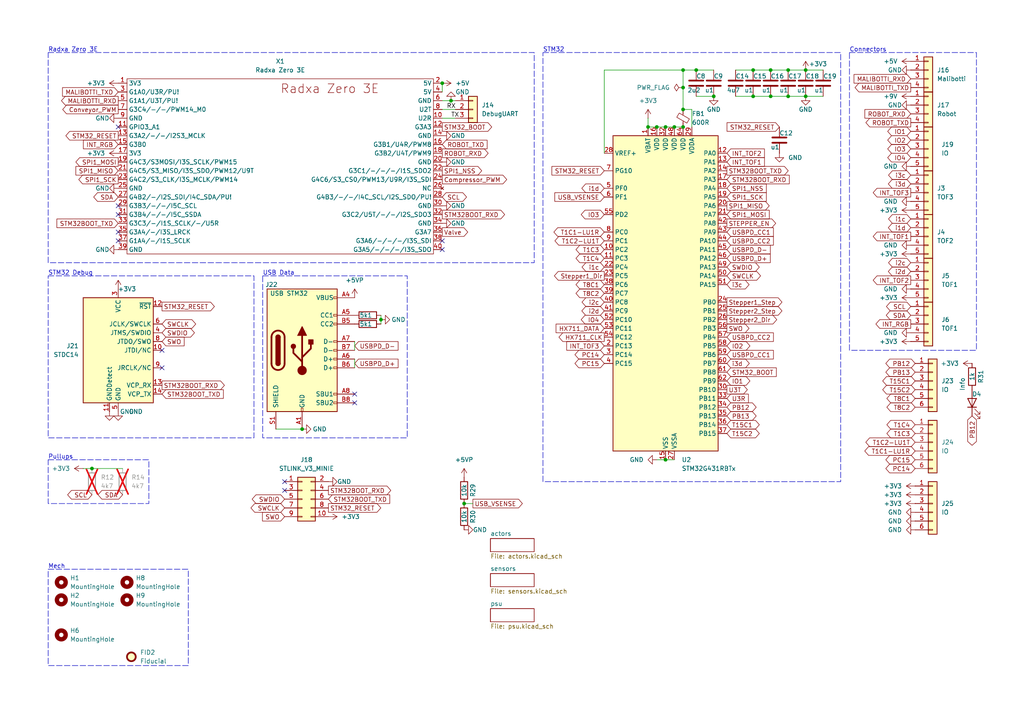
<source format=kicad_sch>
(kicad_sch (version 20250114) (generator "eeschema") (generator_version "9.0")
  (paper "A4")
  (rectangle (start 13.97 165.1) (end 54.61 193.04) (stroke (width 0) (type dash)))
  (rectangle (start 76.2 80.01) (end 118.11 127) (stroke (width 0) (type dash)))
  (rectangle (start 246.38 15.24) (end 283.21 101.6) (stroke (width 0) (type dash)))
  (rectangle (start 13.97 15.24) (end 154.94 76.2) (stroke (width 0) (type dash)))
  (rectangle (start 157.48 15.24) (end 243.84 139.7) (stroke (width 0) (type dash)))
  (rectangle (start 13.97 80.01) (end 73.66 127) (stroke (width 0) (type dash)))
  (rectangle (start 13.97 133.35) (end 43.18 146.05) (stroke (width 0) (type dash)))
  (text "Mech" (at 13.97 165.1 0) (effects (font (size 1.27 1.27)) (justify left bottom)))
  (text "STM32 Debug" (at 13.97 80.01 0) (effects (font (size 1.27 1.27)) (justify left bottom)))
  (text "Connectors" (at 246.38 15.24 0) (effects (font (size 1.27 1.27)) (justify left bottom)))
  (text "Pullups" (at 13.97 133.35 0) (effects (font (size 1.27 1.27)) (justify left bottom)))
  (text "STM32" (at 157.48 15.24 0) (effects (font (size 1.27 1.27)) (justify left bottom)))
  (text "Radxa Zero 3E" (at 13.97 15.24 0) (effects (font (size 1.27 1.27)) (justify left bottom)))
  (text "USB Data" (at 76.2 80.01 0) (effects (font (size 1.27 1.27)) (justify left bottom)))
  (junction (at 198.12 36.83))
  (junction (at 26.67 135.89))
  (junction (at 198.12 20.32))
  (junction (at 218.44 27.94))
  (junction (at 198.12 31.75))
  (junction (at 198.12 25.4))
  (junction (at 193.04 133.35))
  (junction (at 228.6 20.32))
  (junction (at 218.44 20.32))
  (junction (at 87.63 124.46))
  (junction (at 223.52 27.94))
  (junction (at 193.04 36.83))
  (junction (at 233.68 27.94))
  (junction (at 190.5 36.83))
  (junction (at 110.49 92.71))
  (junction (at 201.93 20.32))
  (junction (at 128.27 24.13))
  (junction (at 223.52 20.32))
  (junction (at 233.68 20.32))
  (junction (at 134.62 146.05))
  (junction (at 207.01 27.94))
  (junction (at 187.96 36.83))
  (junction (at 130.81 29.21))
  (junction (at 228.6 27.94))
  (junction (at 195.58 36.83))
  (no_connect (at 82.55 142.24))
  (no_connect (at 82.55 139.7))
  (no_connect (at 34.29 62.23))
  (no_connect (at 34.29 67.31))
  (no_connect (at 102.87 116.84))
  (no_connect (at 102.87 114.3))
  (no_connect (at 34.29 59.69))
  (no_connect (at 34.29 69.85))
  (no_connect (at 34.29 36.83))
  (no_connect (at 46.99 101.6))
  (no_connect (at 128.27 72.39))
  (no_connect (at 128.27 69.85))
  (no_connect (at 46.99 106.68))
  (wire (pts (xy 190.5 36.83) (xy 193.04 36.83)))
  (wire (pts (xy 201.93 20.32) (xy 207.01 20.32)))
  (wire (pts (xy 198.12 25.4) (xy 198.12 20.32)))
  (wire (pts (xy 201.93 27.94) (xy 207.01 27.94)))
  (wire (pts (xy 110.49 91.44) (xy 110.49 92.71)))
  (wire (pts (xy 193.04 36.83) (xy 195.58 36.83)))
  (wire (pts (xy 198.12 20.32) (xy 201.93 20.32)))
  (wire (pts (xy 200.66 36.83) (xy 200.66 31.75)))
  (wire (pts (xy 128.27 29.21) (xy 130.81 29.21)))
  (wire (pts (xy 218.44 27.94) (xy 223.52 27.94)))
  (wire (pts (xy 233.68 27.94) (xy 238.76 27.94)))
  (wire (pts (xy 190.5 133.35) (xy 193.04 133.35)))
  (wire (pts (xy 200.66 31.75) (xy 198.12 31.75)))
  (wire (pts (xy 195.58 36.83) (xy 198.12 36.83)))
  (wire (pts (xy 213.36 20.32) (xy 218.44 20.32)))
  (wire (pts (xy 110.49 92.71) (xy 110.49 93.98)))
  (wire (pts (xy 198.12 20.32) (xy 175.26 20.32)))
  (wire (pts (xy 128.27 24.13) (xy 128.27 26.67)))
  (wire (pts (xy 130.81 29.21) (xy 132.08 29.21)))
  (wire (pts (xy 102.87 99.06) (xy 102.87 101.6)))
  (wire (pts (xy 128.27 31.75) (xy 132.08 31.75)))
  (wire (pts (xy 80.01 124.46) (xy 87.63 124.46)))
  (wire (pts (xy 26.67 135.89) (xy 35.56 135.89)))
  (wire (pts (xy 228.6 20.32) (xy 233.68 20.32)))
  (wire (pts (xy 187.96 36.83) (xy 190.5 36.83)))
  (wire (pts (xy 128.27 34.29) (xy 132.08 34.29)))
  (wire (pts (xy 223.52 27.94) (xy 228.6 27.94)))
  (wire (pts (xy 175.26 20.32) (xy 175.26 44.45)))
  (wire (pts (xy 233.68 20.32) (xy 238.76 20.32)))
  (wire (pts (xy 102.87 104.14) (xy 102.87 106.68)))
  (wire (pts (xy 24.13 135.89) (xy 26.67 135.89)))
  (wire (pts (xy 228.6 27.94) (xy 233.68 27.94)))
  (wire (pts (xy 187.96 34.29) (xy 187.96 36.83)))
  (wire (pts (xy 218.44 20.32) (xy 223.52 20.32)))
  (wire (pts (xy 193.04 133.35) (xy 195.58 133.35)))
  (wire (pts (xy 198.12 31.75) (xy 198.12 25.4)))
  (wire (pts (xy 213.36 27.94) (xy 218.44 27.94)))
  (wire (pts (xy 223.52 20.32) (xy 228.6 20.32)))
  (wire (pts (xy 134.62 146.05) (xy 137.16 146.05)))
  (label "RX" (at 129.54 31.75 0))
  (label "TX" (at 130.81 34.29 0))
  (global_label "PB13" (shape bidirectional) (at 265.43 107.95 180) (property "Intersheetrefs" "${INTERSHEET_REFS}" (effects (hide yes))))
  (global_label "IO1" (shape bidirectional) (at 264.16 38.1 180) (property "Intersheetrefs" "${INTERSHEET_REFS}" (effects (hide yes))))
  (global_label "SWDIO" (shape bidirectional) (at 82.55 144.78 180) (property "Intersheetrefs" "${INTERSHEET_REFS}" (effects (hide yes))))
  (global_label "i3c" (shape bidirectional) (at 264.16 50.8 180) (property "Intersheetrefs" "${INTERSHEET_REFS}" (effects (hide yes))))
  (global_label "i1d" (shape bidirectional) (at 264.16 66.04 180) (property "Intersheetrefs" "${INTERSHEET_REFS}" (effects (hide yes))))
  (global_label "ROBOT_RXD" (shape input) (at 264.16 33.02 180) (property "Intersheetrefs" "${INTERSHEET_REFS}" (effects (hide yes))))
  (global_label "PC15" (shape bidirectional) (at 265.43 133.35 180) (property "Intersheetrefs" "${INTERSHEET_REFS}" (effects (hide yes))))
  (global_label "SWO" (shape input) (at 82.55 149.86 180) (property "Intersheetrefs" "${INTERSHEET_REFS}" (effects (hide yes))))
  (global_label "STM32BOOT_RXD" (shape output) (at 46.99 111.76 0) (property "Intersheetrefs" "${INTERSHEET_REFS}" (effects (hide yes))))
  (global_label "SDA" (shape bidirectional) (at 34.29 57.15 180) (property "Intersheetrefs" "${INTERSHEET_REFS}" (effects (hide yes))))
  (global_label "STM32_RESET" (shape input) (at 226.06 36.83 180) (property "Intersheetrefs" "${INTERSHEET_REFS}" (effects (hide yes))))
  (global_label "USBPD_D-" (shape input) (at 102.87 100.33 0) (property "Intersheetrefs" "${INTERSHEET_REFS}" (effects (hide yes))))
  (global_label "T1C1-LU1R" (shape bidirectional) (at 265.43 130.81 180) (property "Intersheetrefs" "${INTERSHEET_REFS}" (effects (hide yes))))
  (global_label "Conveyor_PWM" (shape output) (at 34.29 31.75 180) (property "Intersheetrefs" "${INTERSHEET_REFS}" (effects (hide yes))))
  (global_label "IO4" (shape bidirectional) (at 264.16 45.72 180) (property "Intersheetrefs" "${INTERSHEET_REFS}" (effects (hide yes))))
  (global_label "Stepper2_Dir" (shape output) (at 210.82 92.71 0) (property "Intersheetrefs" "${INTERSHEET_REFS}" (effects (hide yes))))
  (global_label "USB_VSENSE" (shape output) (at 137.16 146.05 0) (property "Intersheetrefs" "${INTERSHEET_REFS}" (effects (hide yes))))
  (global_label "T15C1" (shape bidirectional) (at 210.82 123.19 0) (property "Intersheetrefs" "${INTERSHEET_REFS}" (effects (hide yes))))
  (global_label "INT_TOF2" (shape output) (at 264.16 81.28 180) (property "Intersheetrefs" "${INTERSHEET_REFS}" (effects (hide yes))))
  (global_label "STM32BOOT_RXD" (shape output) (at 95.25 142.24 0) (property "Intersheetrefs" "${INTERSHEET_REFS}" (effects (hide yes))))
  (global_label "IO1" (shape bidirectional) (at 210.82 110.49 0) (property "Intersheetrefs" "${INTERSHEET_REFS}" (effects (hide yes))))
  (global_label "i3c" (shape bidirectional) (at 210.82 82.55 0) (property "Intersheetrefs" "${INTERSHEET_REFS}" (effects (hide yes))))
  (global_label "MALIBOTTI_TXD" (shape output) (at 264.16 25.4 180) (property "Intersheetrefs" "${INTERSHEET_REFS}" (effects (hide yes))))
  (global_label "INT_TOF3" (shape input) (at 175.26 100.33 180) (property "Intersheetrefs" "${INTERSHEET_REFS}" (effects (hide yes))))
  (global_label "i1d" (shape bidirectional) (at 175.26 54.61 180) (property "Intersheetrefs" "${INTERSHEET_REFS}" (effects (hide yes))))
  (global_label "USBPD_CC1" (shape input) (at 210.82 102.87 0) (property "Intersheetrefs" "${INTERSHEET_REFS}" (effects (hide yes))))
  (global_label "IO3" (shape bidirectional) (at 264.16 43.18 180) (property "Intersheetrefs" "${INTERSHEET_REFS}" (effects (hide yes))))
  (global_label "i2c" (shape bidirectional) (at 175.26 87.63 180) (property "Intersheetrefs" "${INTERSHEET_REFS}" (effects (hide yes))))
  (global_label "INT_TOF3" (shape output) (at 264.16 55.88 180) (property "Intersheetrefs" "${INTERSHEET_REFS}" (effects (hide yes))))
  (global_label "MALIBOTTI_TXD" (shape input) (at 34.29 26.67 180) (property "Intersheetrefs" "${INTERSHEET_REFS}" (effects (hide yes))))
  (global_label "i1c" (shape bidirectional) (at 264.16 63.5 180) (property "Intersheetrefs" "${INTERSHEET_REFS}" (effects (hide yes))))
  (global_label "SWCLK" (shape bidirectional) (at 46.99 93.98 0) (property "Intersheetrefs" "${INTERSHEET_REFS}" (effects (hide yes))))
  (global_label "STM32BOOT_RXD" (shape input) (at 210.82 52.07 0) (property "Intersheetrefs" "${INTERSHEET_REFS}" (effects (hide yes))))
  (global_label "STM32_RESET" (shape output) (at 46.99 88.9 0) (property "Intersheetrefs" "${INTERSHEET_REFS}" (effects (hide yes))))
  (global_label "i2d" (shape bidirectional) (at 264.16 78.74 180) (property "Intersheetrefs" "${INTERSHEET_REFS}" (effects (hide yes))))
  (global_label "SPI1_MOSI" (shape output) (at 34.29 46.99 180) (property "Intersheetrefs" "${INTERSHEET_REFS}" (effects (hide yes))))
  (global_label "SPI1_MISO" (shape output) (at 210.82 59.69 0) (property "Intersheetrefs" "${INTERSHEET_REFS}" (effects (hide yes))))
  (global_label "IO2" (shape bidirectional) (at 210.82 100.33 0) (property "Intersheetrefs" "${INTERSHEET_REFS}" (effects (hide yes))))
  (global_label "SPI1_SCK" (shape output) (at 34.29 52.07 180) (property "Intersheetrefs" "${INTERSHEET_REFS}" (effects (hide yes))))
  (global_label "STM32BOOT_TXD" (shape input) (at 46.99 114.3 0) (property "Intersheetrefs" "${INTERSHEET_REFS}" (effects (hide yes))))
  (global_label "Stepper1_Step" (shape output) (at 210.82 87.63 0) (property "Intersheetrefs" "${INTERSHEET_REFS}" (effects (hide yes))))
  (global_label "USBPD_CC2" (shape input) (at 210.82 97.79 0) (property "Intersheetrefs" "${INTERSHEET_REFS}" (effects (hide yes))))
  (global_label "SPI1_NSS" (shape output) (at 128.27 49.53 0) (property "Intersheetrefs" "${INTERSHEET_REFS}" (effects (hide yes))))
  (global_label "PB12" (shape bidirectional) (at 210.82 118.11 0) (property "Intersheetrefs" "${INTERSHEET_REFS}" (effects (hide yes))))
  (global_label "Stepper1_Dir" (shape output) (at 175.26 80.01 180) (property "Intersheetrefs" "${INTERSHEET_REFS}" (effects (hide yes))))
  (global_label "INT_TOF1" (shape output) (at 264.16 68.58 180) (property "Intersheetrefs" "${INTERSHEET_REFS}" (effects (hide yes))))
  (global_label "T1C1-LU1R" (shape bidirectional) (at 175.26 67.31 180) (property "Intersheetrefs" "${INTERSHEET_REFS}" (effects (hide yes))))
  (global_label "PC14" (shape bidirectional) (at 175.26 102.87 180) (property "Intersheetrefs" "${INTERSHEET_REFS}" (effects (hide yes))))
  (global_label "INT_TOF2" (shape input) (at 210.82 44.45 0) (property "Intersheetrefs" "${INTERSHEET_REFS}" (effects (hide yes))))
  (global_label "U3R" (shape input) (at 210.82 115.57 0) (property "Intersheetrefs" "${INTERSHEET_REFS}" (effects (hide yes))))
  (global_label "i3d" (shape bidirectional) (at 210.82 105.41 0) (property "Intersheetrefs" "${INTERSHEET_REFS}" (effects (hide yes))))
  (global_label "ROBOT_TXD" (shape output) (at 264.16 35.56 180) (property "Intersheetrefs" "${INTERSHEET_REFS}" (effects (hide yes))))
  (global_label "i3d" (shape bidirectional) (at 264.16 53.34 180) (property "Intersheetrefs" "${INTERSHEET_REFS}" (effects (hide yes))))
  (global_label "SWO" (shape input) (at 46.99 99.06 0) (property "Intersheetrefs" "${INTERSHEET_REFS}" (effects (hide yes))))
  (global_label "SPI1_SCK" (shape input) (at 210.82 57.15 0) (property "Intersheetrefs" "${INTERSHEET_REFS}" (effects (hide yes))))
  (global_label "PB13" (shape bidirectional) (at 210.82 120.65 0) (property "Intersheetrefs" "${INTERSHEET_REFS}" (effects (hide yes))))
  (global_label "T1C4" (shape bidirectional) (at 265.43 123.19 180) (property "Intersheetrefs" "${INTERSHEET_REFS}" (effects (hide yes))))
  (global_label "USBPD_CC2" (shape input) (at 210.82 69.85 0) (property "Intersheetrefs" "${INTERSHEET_REFS}" (effects (hide yes))))
  (global_label "SDA" (shape bidirectional) (at 264.16 91.44 180) (property "Intersheetrefs" "${INTERSHEET_REFS}" (effects (hide yes))))
  (global_label "STM32_RESET" (shape output) (at 34.29 39.37 180) (property "Intersheetrefs" "${INTERSHEET_REFS}" (effects (hide yes))))
  (global_label "MALIBOTTI_RXD" (shape input) (at 264.16 22.86 180) (property "Intersheetrefs" "${INTERSHEET_REFS}" (effects (hide yes))))
  (global_label "T15C2" (shape bidirectional) (at 210.82 125.73 0) (property "Intersheetrefs" "${INTERSHEET_REFS}" (effects (hide yes))))
  (global_label "IO3" (shape bidirectional) (at 175.26 62.23 180) (property "Intersheetrefs" "${INTERSHEET_REFS}" (effects (hide yes))))
  (global_label "SDA" (shape bidirectional) (at 35.56 143.51 180) (property "Intersheetrefs" "${INTERSHEET_REFS}" (effects (hide yes))))
  (global_label "PC15" (shape bidirectional) (at 175.26 105.41 180) (property "Intersheetrefs" "${INTERSHEET_REFS}" (effects (hide yes))))
  (global_label "SWO" (shape output) (at 210.82 95.25 0) (property "Intersheetrefs" "${INTERSHEET_REFS}" (effects (hide yes))))
  (global_label "T8C2" (shape bidirectional) (at 175.26 85.09 180) (property "Intersheetrefs" "${INTERSHEET_REFS}" (effects (hide yes))))
  (global_label "USBPD_D+" (shape input) (at 210.82 74.93 0) (property "Intersheetrefs" "${INTERSHEET_REFS}" (effects (hide yes))))
  (global_label "STM32BOOT_TXD" (shape output) (at 210.82 49.53 0) (property "Intersheetrefs" "${INTERSHEET_REFS}" (effects (hide yes))))
  (global_label "HX711_DATA" (shape input) (at 175.26 95.25 180) (property "Intersheetrefs" "${INTERSHEET_REFS}" (effects (hide yes))))
  (global_label "SCL" (shape bidirectional) (at 26.67 143.51 180) (property "Intersheetrefs" "${INTERSHEET_REFS}" (effects (hide yes))))
  (global_label "SWCLK" (shape bidirectional) (at 210.82 80.01 0) (property "Intersheetrefs" "${INTERSHEET_REFS}" (effects (hide yes))))
  (global_label "PB12" (shape bidirectional) (at 281.94 120.65 270) (property "Intersheetrefs" "${INTERSHEET_REFS}" (effects (hide yes))))
  (global_label "SCL" (shape bidirectional) (at 128.27 57.15 0) (property "Intersheetrefs" "${INTERSHEET_REFS}" (effects (hide yes))))
  (global_label "IO2" (shape bidirectional) (at 264.16 40.64 180) (property "Intersheetrefs" "${INTERSHEET_REFS}" (effects (hide yes))))
  (global_label "T1C2-LU1T" (shape bidirectional) (at 265.43 128.27 180) (property "Intersheetrefs" "${INTERSHEET_REFS}" (effects (hide yes))))
  (global_label "STM32_RESET" (shape output) (at 95.25 147.32 0) (property "Intersheetrefs" "${INTERSHEET_REFS}" (effects (hide yes))))
  (global_label "T15C1" (shape bidirectional) (at 265.43 110.49 180) (property "Intersheetrefs" "${INTERSHEET_REFS}" (effects (hide yes))))
  (global_label "STM32BOOT_TXD" (shape input) (at 95.25 144.78 0) (property "Intersheetrefs" "${INTERSHEET_REFS}" (effects (hide yes))))
  (global_label "SCL" (shape bidirectional) (at 264.16 88.9 180) (property "Intersheetrefs" "${INTERSHEET_REFS}" (effects (hide yes))))
  (global_label "SPI1_MISO" (shape input) (at 34.29 49.53 180) (property "Intersheetrefs" "${INTERSHEET_REFS}" (effects (hide yes))))
  (global_label "i1c" (shape bidirectional) (at 175.26 77.47 180) (property "Intersheetrefs" "${INTERSHEET_REFS}" (effects (hide yes))))
  (global_label "T15C2" (shape bidirectional) (at 265.43 113.03 180) (property "Intersheetrefs" "${INTERSHEET_REFS}" (effects (hide yes))))
  (global_label "T1C2-LU1T" (shape bidirectional) (at 175.26 69.85 180) (property "Intersheetrefs" "${INTERSHEET_REFS}" (effects (hide yes))))
  (global_label "INT_TOF1" (shape input) (at 210.82 46.99 0) (property "Intersheetrefs" "${INTERSHEET_REFS}" (effects (hide yes))))
  (global_label "U3T" (shape output) (at 210.82 113.03 0) (property "Intersheetrefs" "${INTERSHEET_REFS}" (effects (hide yes))))
  (global_label "MALIBOTTI_RXD" (shape output) (at 34.29 29.21 180) (property "Intersheetrefs" "${INTERSHEET_REFS}" (effects (hide yes))))
  (global_label "i2d" (shape bidirectional) (at 175.26 90.17 180) (property "Intersheetrefs" "${INTERSHEET_REFS}" (effects (hide yes))))
  (global_label "USBPD_D+" (shape input) (at 102.87 105.41 0) (property "Intersheetrefs" "${INTERSHEET_REFS}" (effects (hide yes))))
  (global_label "STM32BOOT_TXD" (shape input) (at 34.29 64.77 180) (property "Intersheetrefs" "${INTERSHEET_REFS}" (effects (hide yes))))
  (global_label "SPI1_MOSI" (shape input) (at 210.82 62.23 0) (property "Intersheetrefs" "${INTERSHEET_REFS}" (effects (hide yes))))
  (global_label "INT_RGB" (shape output) (at 264.16 93.98 180) (property "Intersheetrefs" "${INTERSHEET_REFS}" (effects (hide yes))))
  (global_label "T8C1" (shape bidirectional) (at 265.43 115.57 180) (property "Intersheetrefs" "${INTERSHEET_REFS}" (effects (hide yes))))
  (global_label "SPI1_NSS" (shape input) (at 210.82 54.61 0) (property "Intersheetrefs" "${INTERSHEET_REFS}" (effects (hide yes))))
  (global_label "SWDIO" (shape bidirectional) (at 210.82 77.47 0) (property "Intersheetrefs" "${INTERSHEET_REFS}" (effects (hide yes))))
  (global_label "T8C1" (shape bidirectional) (at 175.26 82.55 180) (property "Intersheetrefs" "${INTERSHEET_REFS}" (effects (hide yes))))
  (global_label "ROBOT_RXD" (shape output) (at 128.27 44.45 0) (property "Intersheetrefs" "${INTERSHEET_REFS}" (effects (hide yes))))
  (global_label "T8C2" (shape bidirectional) (at 265.43 118.11 180) (property "Intersheetrefs" "${INTERSHEET_REFS}" (effects (hide yes))))
  (global_label "IO4" (shape bidirectional) (at 175.26 92.71 180) (property "Intersheetrefs" "${INTERSHEET_REFS}" (effects (hide yes))))
  (global_label "PC14" (shape bidirectional) (at 265.43 135.89 180) (property "Intersheetrefs" "${INTERSHEET_REFS}" (effects (hide yes))))
  (global_label "SWCLK" (shape bidirectional) (at 82.55 147.32 180) (property "Intersheetrefs" "${INTERSHEET_REFS}" (effects (hide yes))))
  (global_label "STEPPER_EN" (shape output) (at 210.82 64.77 0) (property "Intersheetrefs" "${INTERSHEET_REFS}" (effects (hide yes))))
  (global_label "STM32BOOT_RXD" (shape output) (at 128.27 62.23 0) (property "Intersheetrefs" "${INTERSHEET_REFS}" (effects (hide yes))))
  (global_label "INT_RGB" (shape input) (at 34.29 41.91 180) (property "Intersheetrefs" "${INTERSHEET_REFS}" (effects (hide yes))))
  (global_label "PB12" (shape bidirectional) (at 265.43 105.41 180) (property "Intersheetrefs" "${INTERSHEET_REFS}" (effects (hide yes))))
  (global_label "T1C3" (shape bidirectional) (at 265.43 125.73 180) (property "Intersheetrefs" "${INTERSHEET_REFS}" (effects (hide yes))))
  (global_label "STM32_BOOT" (shape output) (at 128.27 36.83 0) (property "Intersheetrefs" "${INTERSHEET_REFS}" (effects (hide yes))))
  (global_label "i2c" (shape bidirectional) (at 264.16 76.2 180) (property "Intersheetrefs" "${INTERSHEET_REFS}" (effects (hide yes))))
  (global_label "USBPD_CC1" (shape input) (at 210.82 67.31 0) (property "Intersheetrefs" "${INTERSHEET_REFS}" (effects (hide yes))))
  (global_label "T1C4" (shape bidirectional) (at 175.26 74.93 180) (property "Intersheetrefs" "${INTERSHEET_REFS}" (effects (hide yes))))
  (global_label "USB_VSENSE" (shape input) (at 175.26 57.15 180) (property "Intersheetrefs" "${INTERSHEET_REFS}" (effects (hide yes))))
  (global_label "STM32_BOOT" (shape input) (at 210.82 107.95 0) (property "Intersheetrefs" "${INTERSHEET_REFS}" (effects (hide yes))))
  (global_label "STM32_RESET" (shape input) (at 175.26 49.53 180) (property "Intersheetrefs" "${INTERSHEET_REFS}" (effects (hide yes))))
  (global_label "HX711_CLK" (shape output) (at 175.26 97.79 180) (property "Intersheetrefs" "${INTERSHEET_REFS}" (effects (hide yes))))
  (global_label "USBPD_D-" (shape input) (at 210.82 72.39 0) (property "Intersheetrefs" "${INTERSHEET_REFS}" (effects (hide yes))))
  (global_label "Stepper2_Step" (shape output) (at 210.82 90.17 0) (property "Intersheetrefs" "${INTERSHEET_REFS}" (effects (hide yes))))
  (global_label "T1C3" (shape bidirectional) (at 175.26 72.39 180) (property "Intersheetrefs" "${INTERSHEET_REFS}" (effects (hide yes))))
  (global_label "Valve" (shape output) (at 128.27 67.31 0) (property "Intersheetrefs" "${INTERSHEET_REFS}" (effects (hide yes))))
  (global_label "Compressor_PWM" (shape output) (at 128.27 52.07 0) (property "Intersheetrefs" "${INTERSHEET_REFS}" (effects (hide yes))))
  (global_label "SWDIO" (shape bidirectional) (at 46.99 96.52 0) (property "Intersheetrefs" "${INTERSHEET_REFS}" (effects (hide yes))))
  (global_label "ROBOT_TXD" (shape input) (at 128.27 41.91 0) (property "Intersheetrefs" "${INTERSHEET_REFS}" (effects (hide yes))))
  (symbol (lib_id "Mechanical:MountingHole") (at 36.83 173.99 0) (unit 1) (in_bom no)
    (property "Reference" "H9" (at 39.37 172.7199 0) (effects (justify left)))
    (property "Value" "MountingHole" (at 39.37 175.2599 0) (effects (justify left)))
    (property "Footprint" "MountingHole:MountingHole_4.3mm_M4" (effects (hide yes)))
    (property "Description" "Mounting Hole without connection" (effects (hide yes)))
  )
  (symbol (lib_id "Connector_Generic:Conn_01x04") (at 269.24 30.48 0) (unit 1)
    (property "Reference" "J17" (at 271.78 30.4799 0) (effects (justify left)))
    (property "Value" "Robot" (at 271.78 33.0199 0) (effects (justify left)))
    (property "Footprint" "liebler_CONN:JST_XH_S4B-XH-A-1_1x04_P2.50mm_Horizontal_SmallerCourtyard" (effects (hide yes)))
    (property "Description" "Generic connector, single row, 01x04, script generated (kicad-library-utils/schlib/autogen/connector/)" (effects (hide yes)))
  )
  (symbol (lib_id "Connector_Generic:Conn_01x05") (at 269.24 43.18 0) (unit 1)
    (property "Reference" "J19" (at 273.05 41.9099 0) (effects (justify left)))
    (property "Value" "IO" (at 273.05 44.4499 0) (effects (justify left)))
    (property "Footprint" "Connector_JST:JST_XH_S5B-XH-A-1_1x05_P2.50mm_Horizontal" (effects (hide yes)))
    (property "Description" "Generic connector, single row, 01x05, script generated (kicad-library-utils/schlib/autogen/connector/)" (effects (hide yes)))
  )
  (symbol (lib_id "power:GND") (at 190.5 133.35 270) (unit 1)
    (property "Reference" "#PWR0102" (effects (hide yes)))
    (property "Value" "GND" (at 186.69 133.3499 90) (effects (justify right)))
    (property "Description" "Power symbol creates a global label with name \"GND\" , ground" (effects (hide yes)))
  )
  (symbol (lib_id "power:GND") (at 265.43 153.67 270) (unit 1)
    (property "Reference" "#PWR0120" (effects (hide yes)))
    (property "Value" "GND" (at 261.62 153.6699 90) (effects (justify right)))
    (property "Description" "Power symbol creates a global label with name \"GND\" , ground" (effects (hide yes)))
  )
  (symbol (lib_id "power:+3V3") (at 34.29 44.45 90) (unit 1)
    (property "Reference" "#PWR0109" (effects (hide yes)))
    (property "Value" "+3V3" (at 30.48 44.4499 90) (effects (justify left)))
    (property "Description" "Power symbol creates a global label with name \"+3V3\"" (effects (hide yes)))
  )
  (symbol (lib_id "power:GND") (at 264.16 48.26 270) (unit 1)
    (property "Reference" "#PWR043" (effects (hide yes)))
    (property "Value" "GND" (at 260.35 48.2599 90) (effects (justify right)))
    (property "Description" "Power symbol creates a global label with name \"GND\" , ground" (effects (hide yes)))
  )
  (symbol (lib_id "Connector:Conn_ST_STDC14") (at 34.29 101.6 0) (unit 1)
    (property "Reference" "J21" (at 22.86 100.3299 0) (effects (justify right)))
    (property "Value" "STDC14" (at 22.86 102.8699 0) (effects (justify right)))
    (property "Footprint" "liebler_CONN:IDC_2x07_P1.27mm_Vertical" (effects (hide yes)))
    (property "Datasheet" "https://www.st.com/content/ccc/resource/technical/document/user_manual/group1/99/49/91/b6/b2/3a/46/e5/DM00526767/files/DM00526767.pdf/jcr:content/translations/en.DM00526767.pdf" (effects (hide yes)))
    (property "Description" "ST Debug Connector, standard ARM Cortex-M SWD and JTAG interface plus UART" (effects (hide yes)))
  )
  (symbol (lib_id "power:GND") (at 34.29 72.39 270) (unit 1)
    (property "Reference" "#PWR0107" (effects (hide yes)))
    (property "Value" "GND" (at 31.75 72.39 90) (effects (justify right)))
    (property "Description" "Power symbol creates a global label with name \"GND\" , ground" (effects (hide yes)))
  )
  (symbol (lib_id "Device:C") (at 223.52 24.13 0) (unit 1)
    (property "Reference" "C16" (at 223.52 22.098 0) (effects (justify left)))
    (property "Value" "u1" (at 220.98 26.162 0) (effects (justify left)))
    (property "Footprint" "Capacitor_SMD:C_0201_0603Metric" (effects (hide yes)))
    (property "Description" "Unpolarized capacitor" (effects (hide yes)))
    (property "MPN" "GRM033R61A104KE15D" (effects (hide yes)))
    (property "Manufacturer" "Murata Electronics" (effects (hide yes)))
  )
  (symbol (lib_id "Connector_Generic:Conn_01x04") (at 269.24 20.32 0) (unit 1)
    (property "Reference" "J16" (at 271.78 20.3199 0) (effects (justify left)))
    (property "Value" "Malibotti" (at 271.78 22.8599 0) (effects (justify left)))
    (property "Footprint" "liebler_CONN:JST_XH_S4B-XH-A-1_1x04_P2.50mm_Horizontal_SmallerCourtyard" (effects (hide yes)))
    (property "Description" "Generic connector, single row, 01x04, script generated (kicad-library-utils/schlib/autogen/connector/)" (effects (hide yes)))
  )
  (symbol (lib_id "power:GND") (at 130.81 29.21 180) (unit 1)
    (property "Reference" "#PWR089" (effects (hide yes)))
    (property "Value" "GND" (at 132.08 26.67 0) (effects (justify right)))
    (property "Description" "Power symbol creates a global label with name \"GND\" , ground" (effects (hide yes)))
  )
  (symbol (lib_id "power:GND") (at 128.27 46.99 90) (unit 1)
    (property "Reference" "#PWR097" (effects (hide yes)))
    (property "Value" "GND" (at 130.81 46.99 90) (effects (justify right)))
    (property "Description" "Power symbol creates a global label with name \"GND\" , ground" (effects (hide yes)))
  )
  (symbol (lib_id "power:+3V3") (at 281.94 105.41 90) (unit 1)
    (property "Reference" "#PWR0114" (effects (hide yes)))
    (property "Value" "+3V3" (at 278.13 105.4099 90) (effects (justify left)))
    (property "Description" "Power symbol creates a global label with name \"+3V3\"" (effects (hide yes)))
  )
  (symbol (lib_id "power:GND") (at 31.75 119.38 0) (unit 1)
    (property "Reference" "#PWR094" (effects (hide yes)))
    (property "Value" "GND" (at 36.83 119.38 0))
    (property "Description" "Power symbol creates a global label with name \"GND\" , ground" (effects (hide yes)))
  )
  (symbol (lib_id "power:+3V3") (at 34.29 24.13 90) (unit 1)
    (property "Reference" "#PWR0108" (effects (hide yes)))
    (property "Value" "+3V3" (at 30.48 24.1299 90) (effects (justify left)))
    (property "Description" "Power symbol creates a global label with name \"+3V3\"" (effects (hide yes)))
  )
  (symbol (lib_id "power:GND") (at 95.25 139.7 90) (unit 1)
    (property "Reference" "#PWR042" (effects (hide yes)))
    (property "Value" "GND" (at 97.79 139.7 90) (effects (justify right)))
    (property "Description" "Power symbol creates a global label with name \"GND\" , ground" (effects (hide yes)))
  )
  (symbol (lib_id "Connector_Generic:Conn_01x05") (at 269.24 68.58 0) (unit 1)
    (property "Reference" "J4" (at 271.78 67.3099 0) (effects (justify left)))
    (property "Value" "TOF2" (at 271.78 69.8499 0) (effects (justify left)))
    (property "Footprint" "Connector_JST:JST_XH_S5B-XH-A-1_1x05_P2.50mm_Horizontal" (effects (hide yes)))
    (property "Description" "Generic connector, single row, 01x05, script generated (kicad-library-utils/schlib/autogen/connector/)" (effects (hide yes)))
  )
  (symbol (lib_id "Connector_Generic:Conn_01x05") (at 269.24 81.28 0) (unit 1)
    (property "Reference" "J5" (at 273.05 80.0099 0) (effects (justify left)))
    (property "Value" "TOF1" (at 273.05 82.5499 0) (effects (justify left)))
    (property "Footprint" "Connector_JST:JST_XH_S5B-XH-A-1_1x05_P2.50mm_Horizontal" (effects (hide yes)))
    (property "Description" "Generic connector, single row, 01x05, script generated (kicad-library-utils/schlib/autogen/connector/)" (effects (hide yes)))
  )
  (symbol (lib_id "power:+5V") (at 264.16 17.78 90) (unit 1)
    (property "Reference" "#PWR098" (effects (hide yes)))
    (property "Value" "+5V" (at 260.35 17.7799 90) (effects (justify left)))
    (property "Description" "Power symbol creates a global label with name \"+5V\"" (effects (hide yes)))
  )
  (symbol (lib_id "power:GND") (at 264.16 20.32 270) (unit 1)
    (property "Reference" "#PWR099" (effects (hide yes)))
    (property "Value" "GND" (at 261.62 20.32 90) (effects (justify right)))
    (property "Description" "Power symbol creates a global label with name \"GND\" , ground" (effects (hide yes)))
  )
  (symbol (lib_id "power:+3V3") (at 34.29 83.82 0) (unit 1)
    (property "Reference" "#PWR085" (effects (hide yes)))
    (property "Value" "+3V3" (at 36.83 83.82 0))
    (property "Description" "Power symbol creates a global label with name \"+3V3\"" (effects (hide yes)))
  )
  (symbol (lib_id "Device:C") (at 218.44 24.13 0) (unit 1)
    (property "Reference" "C15" (at 218.44 22.098 0) (effects (justify left)))
    (property "Value" "u1" (at 215.9 26.162 0) (effects (justify left)))
    (property "Footprint" "Capacitor_SMD:C_0201_0603Metric" (effects (hide yes)))
    (property "Description" "Unpolarized capacitor" (effects (hide yes)))
    (property "MPN" "GRM033R61A104KE15D" (effects (hide yes)))
    (property "Manufacturer" "Murata Electronics" (effects (hide yes)))
  )
  (symbol (lib_id "power:GND") (at 128.27 59.69 90) (unit 1)
    (property "Reference" "#PWR0103" (effects (hide yes)))
    (property "Value" "GND" (at 130.81 59.69 90) (effects (justify right)))
    (property "Description" "Power symbol creates a global label with name \"GND\" , ground" (effects (hide yes)))
  )
  (symbol (lib_id "power:GND") (at 128.27 64.77 90) (unit 1)
    (property "Reference" "#PWR0104" (effects (hide yes)))
    (property "Value" "GND" (at 130.81 64.77 90) (effects (justify right)))
    (property "Description" "Power symbol creates a global label with name \"GND\" , ground" (effects (hide yes)))
  )
  (symbol (lib_id "power:GND") (at 264.16 96.52 270) (unit 1)
    (property "Reference" "#PWR029" (effects (hide yes)))
    (property "Value" "GND" (at 260.35 96.5199 90) (effects (justify right)))
    (property "Description" "Power symbol creates a global label with name \"GND\" , ground" (effects (hide yes)))
  )
  (symbol (lib_id "power:GND") (at 87.63 124.46 90) (unit 1)
    (property "Reference" "#PWR090" (effects (hide yes)))
    (property "Value" "GND" (at 92.71 124.46 90))
    (property "Description" "Power symbol creates a global label with name \"GND\" , ground" (effects (hide yes)))
  )
  (symbol (lib_id "Device:C") (at 201.93 24.13 0) (unit 1)
    (property "Reference" "C8" (at 201.93 22.098 0) (effects (justify left)))
    (property "Value" "2u2" (at 199.39 26.162 0) (effects (justify left)))
    (property "Footprint" "Capacitor_SMD:C_0402_1005Metric" (effects (hide yes)))
    (property "Description" "Unpolarized capacitor" (effects (hide yes)))
    (property "MPN" "CL05A105KA5NQNC" (effects (hide yes)))
    (property "Manufacturer" "Samsung Electro-Mechanics" (effects (hide yes)))
  )
  (symbol (lib_id "power:+3V3") (at 233.68 20.32 0) (unit 1)
    (property "Reference" "#PWR017" (effects (hide yes)))
    (property "Value" "+3V3" (at 237.236 18.542 0))
    (property "Description" "Power symbol creates a global label with name \"+3V3\"" (effects (hide yes)))
  )
  (symbol (lib_id "power:+3V3") (at 95.25 149.86 270) (unit 1)
    (property "Reference" "#PWR093" (effects (hide yes)))
    (property "Value" "+3V3" (at 99.06 149.8599 90) (effects (justify left)))
    (property "Description" "Power symbol creates a global label with name \"+3V3\"" (effects (hide yes)))
  )
  (symbol (lib_id "power:+3V3") (at 264.16 86.36 90) (unit 1)
    (property "Reference" "#PWR028" (effects (hide yes)))
    (property "Value" "+3V3" (at 260.35 86.3599 90) (effects (justify left)))
    (property "Description" "Power symbol creates a global label with name \"+3V3\"" (effects (hide yes)))
  )
  (symbol (lib_id "power:+3V3") (at 24.13 135.89 90) (mirror x) (unit 1)
    (property "Reference" "#PWR048" (effects (hide yes)))
    (property "Value" "+3V3" (at 20.32 135.8901 90) (effects (justify left)))
    (property "Description" "Power symbol creates a global label with name \"+3V3\"" (effects (hide yes)))
  )
  (symbol (lib_id "Connector_Generic:Conn_01x06") (at 270.51 146.05 0) (unit 1)
    (property "Reference" "J25" (at 273.05 146.0499 0) (effects (justify left)))
    (property "Value" "IO" (at 273.05 148.5899 0) (effects (justify left)))
    (property "Footprint" "Connector_JST:JST_XH_B6B-XH-A_1x06_P2.50mm_Vertical" (effects (hide yes)))
    (property "Description" "Generic connector, single row, 01x06, script generated (kicad-library-utils/schlib/autogen/connector/)" (effects (hide yes)))
  )
  (symbol (lib_id "power:GND") (at 264.16 83.82 270) (unit 1)
    (property "Reference" "#PWR027" (effects (hide yes)))
    (property "Value" "GND" (at 260.35 83.8199 90) (effects (justify right)))
    (property "Description" "Power symbol creates a global label with name \"GND\" , ground" (effects (hide yes)))
  )
  (symbol (lib_id "Device:C") (at 226.06 40.64 0) (unit 1)
    (property "Reference" "C12" (at 226.06 38.608 0) (effects (justify left)))
    (property "Value" "u1" (at 223.52 42.672 0) (effects (justify left)))
    (property "Footprint" "Capacitor_SMD:C_0201_0603Metric" (effects (hide yes)))
    (property "Description" "Unpolarized capacitor" (effects (hide yes)))
    (property "MPN" "GRM033R61A104KE15D" (effects (hide yes)))
    (property "Manufacturer" "Murata Electronics" (effects (hide yes)))
  )
  (symbol (lib_id "Connector:USB_C_Receptacle_USB2.0_16P") (at 87.63 101.6 0) (unit 1)
    (property "Reference" "J22" (at 78.74 82.55 0))
    (property "Value" "USB STM32" (at 83.82 85.09 0))
    (property "Footprint" "liebler_CONN:USB_C_Receptacle_HRO_TYPE-C-31-M-12_smaller" (effects (hide yes)))
    (property "Datasheet" "https://www.usb.org/sites/default/files/documents/usb_type-c.zip" (effects (hide yes)))
    (property "Description" "USB 2.0-only 16P Type-C Receptacle connector" (effects (hide yes)))
    (property "MPN" "TYPE-C-31-M-12" (effects (hide yes)))
    (property "Manufacturer" "Korean Hroparts Elec" (effects (hide yes)))
  )
  (symbol (lib_id "power:GND") (at 34.29 119.38 0) (unit 1)
    (property "Reference" "#PWR095" (effects (hide yes)))
    (property "Value" "GND" (at 39.37 119.38 0))
    (property "Description" "Power symbol creates a global label with name \"GND\" , ground" (effects (hide yes)))
  )
  (symbol (lib_id "power:GND") (at 265.43 151.13 270) (unit 1)
    (property "Reference" "#PWR0119" (effects (hide yes)))
    (property "Value" "GND" (at 261.62 151.1299 90) (effects (justify right)))
    (property "Description" "Power symbol creates a global label with name \"GND\" , ground" (effects (hide yes)))
  )
  (symbol (lib_id "Connector_Generic:Conn_01x06") (at 270.51 128.27 0) (unit 1)
    (property "Reference" "J24" (at 273.05 128.2699 0) (effects (justify left)))
    (property "Value" "IO" (at 273.05 130.8099 0) (effects (justify left)))
    (property "Footprint" "Connector_JST:JST_XH_B6B-XH-A_1x06_P2.50mm_Vertical" (effects (hide yes)))
    (property "Description" "Generic connector, single row, 01x06, script generated (kicad-library-utils/schlib/autogen/connector/)" (effects (hide yes)))
  )
  (symbol (lib_id "Mechanical:MountingHole") (at 36.83 168.91 0) (unit 1) (in_bom no)
    (property "Reference" "H8" (at 39.37 167.6399 0) (effects (justify left)))
    (property "Value" "MountingHole" (at 39.37 170.1799 0) (effects (justify left)))
    (property "Footprint" "MountingHole:MountingHole_4.3mm_M4" (effects (hide yes)))
    (property "Description" "Mounting Hole without connection" (effects (hide yes)))
  )
  (symbol (lib_id "Connector_Generic:Conn_01x06") (at 270.51 110.49 0) (unit 1)
    (property "Reference" "J23" (at 273.05 110.4899 0) (effects (justify left)))
    (property "Value" "IO" (at 273.05 113.0299 0) (effects (justify left)))
    (property "Footprint" "Connector_JST:JST_XH_B6B-XH-A_1x06_P2.50mm_Vertical" (effects (hide yes)))
    (property "Description" "Generic connector, single row, 01x06, script generated (kicad-library-utils/schlib/autogen/connector/)" (effects (hide yes)))
  )
  (symbol (lib_id "MCU_ST_STM32G4:STM32G431RBTx") (at 193.04 85.09 0) (unit 1)
    (property "Reference" "U2" (at 197.7233 133.35 0) (effects (justify left)))
    (property "Value" "STM32G431RBTx" (at 197.7233 135.89 0) (effects (justify left)))
    (property "Footprint" "Package_QFP:LQFP-64_10x10mm_P0.5mm" (effects (hide yes)))
    (property "Datasheet" "https://www.st.com/resource/en/datasheet/stm32g431rb.pdf" (effects (hide yes)))
    (property "Description" "STMicroelectronics Arm Cortex-M4 MCU, 128KB flash, 32KB RAM, 170 MHz, 1.71-3.6V, 52 GPIO, LQFP64" (effects (hide yes)))
  )
  (symbol (lib_id "Mechanical:MountingHole") (at 17.78 184.15 0) (unit 1) (in_bom no)
    (property "Reference" "H6" (at 20.32 182.8799 0) (effects (justify left)))
    (property "Value" "MountingHole" (at 20.32 185.4199 0) (effects (justify left)))
    (property "Footprint" "MountingHole:MountingHole_3.2mm_M3" (effects (hide yes)))
    (property "Description" "Mounting Hole without connection" (effects (hide yes)))
  )
  (symbol (lib_id "power:+9V") (at 264.16 27.94 90) (unit 1)
    (property "Reference" "#PWR0100" (effects (hide yes)))
    (property "Value" "+9V" (at 260.35 27.9399 90) (effects (justify left)))
    (property "Description" "Power symbol creates a global label with name \"+9V\"" (effects (hide yes)))
  )
  (symbol (lib_id "Connector_Generic:Conn_01x05") (at 269.24 55.88 0) (unit 1)
    (property "Reference" "J3" (at 271.78 54.6099 0) (effects (justify left)))
    (property "Value" "TOF3" (at 271.78 57.1499 0) (effects (justify left)))
    (property "Footprint" "Connector_JST:JST_XH_S5B-XH-A-1_1x05_P2.50mm_Horizontal" (effects (hide yes)))
    (property "Description" "Generic connector, single row, 01x05, script generated (kicad-library-utils/schlib/autogen/connector/)" (effects (hide yes)))
  )
  (symbol (lib_id "power:+3V3") (at 265.43 143.51 90) (unit 1)
    (property "Reference" "#PWR0116" (effects (hide yes)))
    (property "Value" "+3V3" (at 261.62 143.5099 90) (effects (justify left)))
    (property "Description" "Power symbol creates a global label with name \"+3V3\"" (effects (hide yes)))
  )
  (symbol (lib_id "power:+3V3") (at 265.43 140.97 90) (unit 1)
    (property "Reference" "#PWR053" (effects (hide yes)))
    (property "Value" "+3V3" (at 261.62 140.9699 90) (effects (justify left)))
    (property "Description" "Power symbol creates a global label with name \"+3V3\"" (effects (hide yes)))
  )
  (symbol (lib_id "Mechanical:MountingHole") (at 17.78 168.91 0) (unit 1) (in_bom no)
    (property "Reference" "H1" (at 20.32 167.6399 0) (effects (justify left)))
    (property "Value" "MountingHole" (at 20.32 170.1799 0) (effects (justify left)))
    (property "Footprint" "MountingHole:MountingHole_4.3mm_M4" (effects (hide yes)))
    (property "Description" "Mounting Hole without connection" (effects (hide yes)))
  )
  (symbol (lib_id "Device:R") (at 106.68 91.44 90) (unit 1)
    (property "Reference" "R13" (effects (hide yes)))
    (property "Value" "5k1" (at 107.95 91.44 90) (effects (justify left)))
    (property "Footprint" "Resistor_SMD:R_0201_0603Metric" (effects (hide yes)))
    (property "Description" "Resistor" (effects (hide yes)))
  )
  (symbol (lib_id "power:PWR_FLAG") (at 198.12 25.4 90) (unit 1)
    (property "Reference" "#FLG02" (effects (hide yes)))
    (property "Value" "PWR_FLAG" (at 194.31 25.3999 90) (effects (justify left)))
    (property "Description" "Special symbol for telling ERC where power comes from" (effects (hide yes)))
  )
  (symbol (lib_id "power:+5V") (at 128.27 24.13 270) (unit 1)
    (property "Reference" "#PWR0110" (effects (hide yes)))
    (property "Value" "+5V" (at 132.08 24.1299 90) (effects (justify left)))
    (property "Description" "Power symbol creates a global label with name \"+5V\"" (effects (hide yes)))
  )
  (symbol (lib_id "power:GND") (at 207.01 27.94 0) (unit 1)
    (property "Reference" "#PWR08" (effects (hide yes)))
    (property "Value" "GND" (at 207.01 31.75 0))
    (property "Description" "Power symbol creates a global label with name \"GND\" , ground" (effects (hide yes)))
  )
  (symbol (lib_id "liebler_MODULES:Radxa_Zero_3E") (at 81.28 48.26 0) (unit 1)
    (property "Reference" "X1" (at 81.28 17.78 0))
    (property "Value" "Radxa Zero 3E" (at 81.28 20.32 0))
    (property "Footprint" "liebler_MODULES:Radxa Zero 3E" (effects (hide yes)))
  )
  (symbol (lib_id "Device:R") (at 106.68 93.98 90) (unit 1)
    (property "Reference" "R28" (effects (hide yes)))
    (property "Value" "5k1" (at 107.95 93.98 90) (effects (justify left)))
    (property "Footprint" "Resistor_SMD:R_0201_0603Metric" (effects (hide yes)))
    (property "Description" "Resistor" (effects (hide yes)))
  )
  (symbol (lib_id "power:+3V3") (at 265.43 146.05 90) (unit 1)
    (property "Reference" "#PWR0117" (effects (hide yes)))
    (property "Value" "+3V3" (at 261.62 146.0499 90) (effects (justify left)))
    (property "Description" "Power symbol creates a global label with name \"+3V3\"" (effects (hide yes)))
  )
  (symbol (lib_id "Device:C") (at 238.76 24.13 0) (unit 1)
    (property "Reference" "C19" (at 238.76 22.098 0) (effects (justify left)))
    (property "Value" "u1" (at 236.22 26.162 0) (effects (justify left)))
    (property "Footprint" "Capacitor_SMD:C_0201_0603Metric" (effects (hide yes)))
    (property "Description" "Unpolarized capacitor" (effects (hide yes)))
    (property "MPN" "GRM033R61A104KE15D" (effects (hide yes)))
    (property "Manufacturer" "Murata Electronics" (effects (hide yes)))
  )
  (symbol (lib_id "power:GND") (at 134.62 153.67 90) (unit 1)
    (property "Reference" "#PWR0113" (effects (hide yes)))
    (property "Value" "GND" (at 137.16 153.67 90) (effects (justify right)))
    (property "Description" "Power symbol creates a global label with name \"GND\" , ground" (effects (hide yes)))
  )
  (symbol (lib_id "Connector_Generic:Conn_02x05_Odd_Even") (at 87.63 144.78 0) (unit 1)
    (property "Reference" "J18" (at 88.9 133.35 0))
    (property "Value" "STLINK_V3_MINIE" (at 88.9 135.89 0))
    (property "Footprint" "Connector_IDC:IDC-Header_2x05_P2.54mm_Vertical" (effects (hide yes)))
    (property "Description" "Generic connector, double row, 02x05, odd/even pin numbering scheme (row 1 odd numbers, row 2 even numbers), script generated (kicad-library-utils/schlib/autogen/connector/)" (effects (hide yes)))
  )
  (symbol (lib_id "Device:C") (at 233.68 24.13 0) (unit 1)
    (property "Reference" "C18" (at 233.68 22.098 0) (effects (justify left)))
    (property "Value" "u1" (at 231.14 26.162 0) (effects (justify left)))
    (property "Footprint" "Capacitor_SMD:C_0201_0603Metric" (effects (hide yes)))
    (property "Description" "Unpolarized capacitor" (effects (hide yes)))
    (property "MPN" "GRM033R61A104KE15D" (effects (hide yes)))
    (property "Manufacturer" "Murata Electronics" (effects (hide yes)))
  )
  (symbol (lib_id "Mechanical:MountingHole") (at 17.78 173.99 0) (unit 1) (in_bom no)
    (property "Reference" "H2" (at 20.32 172.7199 0) (effects (justify left)))
    (property "Value" "MountingHole" (at 20.32 175.2599 0) (effects (justify left)))
    (property "Footprint" "MountingHole:MountingHole_4.3mm_M4" (effects (hide yes)))
    (property "Description" "Mounting Hole without connection" (effects (hide yes)))
  )
  (symbol (lib_id "power:GND") (at 110.49 92.71 90) (unit 1)
    (property "Reference" "#PWR092" (effects (hide yes)))
    (property "Value" "GND" (at 115.57 92.71 90))
    (property "Description" "Power symbol creates a global label with name \"GND\" , ground" (effects (hide yes)))
  )
  (symbol (lib_id "Device:C") (at 213.36 24.13 0) (unit 1)
    (property "Reference" "C14" (at 213.36 22.098 0) (effects (justify left)))
    (property "Value" "4u7" (at 210.82 26.162 0) (effects (justify left)))
    (property "Footprint" "Capacitor_SMD:C_0402_1005Metric" (effects (hide yes)))
    (property "Datasheet" "C307423" (effects (hide yes)))
    (property "Description" "Unpolarized capacitor" (effects (hide yes)))
    (property "MPN" "CL05A475MP5NRNC" (effects (hide yes)))
    (property "Manufacturer" "Samsung Electro-Mechanics" (effects (hide yes)))
  )
  (symbol (lib_id "power:GND") (at 264.16 58.42 270) (unit 1)
    (property "Reference" "#PWR023" (effects (hide yes)))
    (property "Value" "GND" (at 260.35 58.4199 90) (effects (justify right)))
    (property "Description" "Power symbol creates a global label with name \"GND\" , ground" (effects (hide yes)))
  )
  (symbol (lib_id "power:GND") (at 264.16 30.48 270) (unit 1)
    (property "Reference" "#PWR0101" (effects (hide yes)))
    (property "Value" "GND" (at 261.62 30.48 90) (effects (justify right)))
    (property "Description" "Power symbol creates a global label with name \"GND\" , ground" (effects (hide yes)))
  )
  (symbol (lib_id "Device:R") (at 134.62 142.24 180) (unit 1)
    (property "Reference" "R29" (at 137.16 142.24 90))
    (property "Value" "10k" (at 134.62 142.24 90))
    (property "Footprint" "Resistor_SMD:R_0201_0603Metric" (effects (hide yes)))
    (property "MPN" "0201WMF1002TEE" (effects (hide yes)))
    (property "Manufacturer" "UNI-ROYAL(Uniroyal Elec)" (effects (hide yes)))
  )
  (symbol (lib_id "power:GND") (at 265.43 148.59 270) (unit 1)
    (property "Reference" "#PWR0118" (effects (hide yes)))
    (property "Value" "GND" (at 261.62 148.5899 90) (effects (justify right)))
    (property "Description" "Power symbol creates a global label with name \"GND\" , ground" (effects (hide yes)))
  )
  (symbol (lib_id "Device:LED") (at 281.94 116.84 90) (unit 1)
    (property "Reference" "D4" (at 281.94 114.3 90) (effects (justify right)))
    (property "Value" "Info" (at 279.146 109.474 0) (effects (justify right)))
    (property "Footprint" "liebler_OPTO:LED_1206_3216Metric_ReverseMount" (effects (hide yes)))
    (property "Description" "Light emitting diode" (effects (hide yes)))
    (property "MPN" "LTST-C230KRKT" (effects (hide yes)))
    (property "Manufacturer" "Lite-On" (effects (hide yes)))
    (property "Sim.Pins" "1=K 2=A" (effects (hide yes)))
  )
  (symbol (lib_id "Device:R") (at 26.67 139.7 0) (unit 1) (exclude_from_sim yes) (in_bom no) (on_board no) (dnp yes)
    (property "Reference" "R12" (at 29.21 138.4299 0) (effects (justify left)))
    (property "Value" "4k7" (at 29.21 140.9699 0) (effects (justify left)))
    (property "Footprint" "Resistor_SMD:R_0201_0603Metric" (effects (hide yes)))
    (property "Description" "Resistor" (effects (hide yes)))
  )
  (symbol (lib_id "power:+5VP") (at 102.87 86.36 0) (unit 1)
    (property "Reference" "#PWR0111" (effects (hide yes)))
    (property "Value" "+5VP" (at 102.87 81.28 0))
    (property "Description" "Power symbol creates a global label with name \"+5VP\"" (effects (hide yes)))
  )
  (symbol (lib_id "Connector_Generic:Conn_01x03") (at 137.16 31.75 0) (unit 1)
    (property "Reference" "J14" (at 139.7 30.4799 0) (effects (justify left)))
    (property "Value" "DebugUART" (at 139.7 33.0199 0) (effects (justify left)))
    (property "Footprint" "liebler_CONN:PinHeader_1x03_P2.54mm_Vertical_smallerCourtyard" (effects (hide yes)))
    (property "Description" "Generic connector, single row, 01x03, script generated (kicad-library-utils/schlib/autogen/connector/)" (effects (hide yes)))
  )
  (symbol (lib_id "power:GND") (at 34.29 54.61 270) (unit 1)
    (property "Reference" "#PWR0106" (effects (hide yes)))
    (property "Value" "GND" (at 31.75 54.61 90) (effects (justify right)))
    (property "Description" "Power symbol creates a global label with name \"GND\" , ground" (effects (hide yes)))
  )
  (symbol (lib_id "power:GND") (at 264.16 71.12 270) (unit 1)
    (property "Reference" "#PWR025" (effects (hide yes)))
    (property "Value" "GND" (at 260.35 71.1199 90) (effects (justify right)))
    (property "Description" "Power symbol creates a global label with name \"GND\" , ground" (effects (hide yes)))
  )
  (symbol (lib_id "Device:C") (at 228.6 24.13 0) (unit 1)
    (property "Reference" "C17" (at 228.6 22.098 0) (effects (justify left)))
    (property "Value" "u1" (at 226.06 26.162 0) (effects (justify left)))
    (property "Footprint" "Capacitor_SMD:C_0201_0603Metric" (effects (hide yes)))
    (property "Description" "Unpolarized capacitor" (effects (hide yes)))
    (property "MPN" "GRM033R61A104KE15D" (effects (hide yes)))
    (property "Manufacturer" "Murata Electronics" (effects (hide yes)))
  )
  (symbol (lib_id "power:+3V3") (at 264.16 99.06 90) (unit 1)
    (property "Reference" "#PWR030" (effects (hide yes)))
    (property "Value" "+3V3" (at 260.35 99.0599 90) (effects (justify left)))
    (property "Description" "Power symbol creates a global label with name \"+3V3\"" (effects (hide yes)))
  )
  (symbol (lib_id "power:+5VP") (at 134.62 138.43 0) (unit 1)
    (property "Reference" "#PWR0112" (effects (hide yes)))
    (property "Value" "+5VP" (at 134.62 133.35 0))
    (property "Description" "Power symbol creates a global label with name \"+5VP\"" (effects (hide yes)))
  )
  (symbol (lib_id "power:GND") (at 128.27 39.37 90) (unit 1)
    (property "Reference" "#PWR096" (effects (hide yes)))
    (property "Value" "GND" (at 130.81 39.37 90) (effects (justify right)))
    (property "Description" "Power symbol creates a global label with name \"GND\" , ground" (effects (hide yes)))
  )
  (symbol (lib_id "power:+3V3") (at 264.16 73.66 90) (unit 1)
    (property "Reference" "#PWR026" (effects (hide yes)))
    (property "Value" "+3V3" (at 260.35 73.6599 90) (effects (justify left)))
    (property "Description" "Power symbol creates a global label with name \"+3V3\"" (effects (hide yes)))
  )
  (symbol (lib_id "power:GND") (at 34.29 34.29 270) (unit 1)
    (property "Reference" "#PWR0105" (effects (hide yes)))
    (property "Value" "GND" (at 31.75 34.29 90) (effects (justify right)))
    (property "Description" "Power symbol creates a global label with name \"GND\" , ground" (effects (hide yes)))
  )
  (symbol (lib_id "Device:C") (at 207.01 24.13 0) (unit 1)
    (property "Reference" "C9" (at 207.01 22.098 0) (effects (justify left)))
    (property "Value" "u1" (at 204.47 26.162 0) (effects (justify left)))
    (property "Footprint" "Capacitor_SMD:C_0201_0603Metric" (effects (hide yes)))
    (property "Description" "Unpolarized capacitor" (effects (hide yes)))
    (property "MPN" "GRM033R61A104KE15D" (effects (hide yes)))
    (property "Manufacturer" "Murata Electronics" (effects (hide yes)))
  )
  (symbol (lib_id "Device:FerriteBead_Small") (at 198.12 34.29 0) (unit 1)
    (property "Reference" "FB1" (at 200.66 32.9818 0) (effects (justify left)))
    (property "Value" "600R" (at 200.66 35.5218 0) (effects (justify left)))
    (property "Footprint" "Inductor_SMD:L_0603_1608Metric" (effects (hide yes)))
    (property "Datasheet" "C19330" (effects (hide yes)))
    (property "Description" "Ferrite bead, small symbol" (effects (hide yes)))
    (property "MPN" "BLM18AG601SN1D" (effects (hide yes)))
    (property "Manufacturer" "Murata Electronics" (effects (hide yes)))
  )
  (symbol (lib_id "Device:R") (at 134.62 149.86 180) (unit 1)
    (property "Reference" "R30" (at 137.16 149.86 90))
    (property "Value" "10k" (at 134.62 149.86 90))
    (property "Footprint" "Resistor_SMD:R_0201_0603Metric" (effects (hide yes)))
    (property "MPN" "0201WMF1002TEE" (effects (hide yes)))
    (property "Manufacturer" "UNI-ROYAL(Uniroyal Elec)" (effects (hide yes)))
  )
  (symbol (lib_id "power:GND") (at 226.06 44.45 0) (unit 1)
    (property "Reference" "#PWR011" (effects (hide yes)))
    (property "Value" "GND" (at 228.6 45.7199 0) (effects (justify left)))
    (property "Description" "Power symbol creates a global label with name \"GND\" , ground" (effects (hide yes)))
  )
  (symbol (lib_id "power:+3V3") (at 264.16 60.96 90) (unit 1)
    (property "Reference" "#PWR024" (effects (hide yes)))
    (property "Value" "+3V3" (at 260.35 60.9599 90) (effects (justify left)))
    (property "Description" "Power symbol creates a global label with name \"+3V3\"" (effects (hide yes)))
  )
  (symbol (lib_id "power:+3V3") (at 187.96 34.29 0) (unit 1)
    (property "Reference" "#PWR03" (effects (hide yes)))
    (property "Value" "+3V3" (at 187.96 29.21 0))
    (property "Description" "Power symbol creates a global label with name \"+3V3\"" (effects (hide yes)))
  )
  (symbol (lib_id "Device:R") (at 281.94 109.22 180) (unit 1)
    (property "Reference" "R31" (at 284.48 109.22 90))
    (property "Value" "1k" (at 281.94 109.22 90))
    (property "Footprint" "Resistor_SMD:R_0402_1005Metric" (effects (hide yes)))
    (property "MPN" "0402WGF1001TCE" (effects (hide yes)))
    (property "Manufacturer" "UNI-ROYAL(Uniroyal Elec)" (effects (hide yes)))
  )
  (symbol (lib_id "power:GND") (at 233.68 27.94 0) (unit 1)
    (property "Reference" "#PWR018" (effects (hide yes)))
    (property "Value" "GND" (at 233.68 31.75 0))
    (property "Description" "Power symbol creates a global label with name \"GND\" , ground" (effects (hide yes)))
  )
  (symbol (lib_id "Mechanical:Fiducial") (at 38.1 190.5 0) (unit 1) (in_bom no)
    (property "Reference" "FID2" (at 40.64 189.2299 0) (effects (justify left)))
    (property "Value" "Fiducial" (at 40.64 191.7699 0) (effects (justify left)))
    (property "Footprint" "liebler_DRAWINGS:barrel_jack_positive_polarity" (effects (hide yes)))
    (property "Description" "Fiducial Marker" (effects (hide yes)))
  )
  (symbol (lib_id "Device:R") (at 35.56 139.7 0) (unit 1) (exclude_from_sim yes) (in_bom no) (on_board no) (dnp yes)
    (property "Reference" "R14" (at 38.1 138.4299 0) (effects (justify left)))
    (property "Value" "4k7" (at 38.1 140.9699 0) (effects (justify left)))
    (property "Footprint" "Resistor_SMD:R_0201_0603Metric" (effects (hide yes)))
    (property "Description" "Resistor" (effects (hide yes)))
  )
  (symbol (lib_id "Connector_Generic:Conn_01x05") (at 269.24 93.98 0) (unit 1)
    (property "Reference" "J6" (at 273.05 92.7099 0) (effects (justify left)))
    (property "Value" "TOF1" (at 273.05 95.2499 0) (effects (justify left)))
    (property "Footprint" "Connector_JST:JST_XH_S5B-XH-A-1_1x05_P2.50mm_Horizontal" (effects (hide yes)))
    (property "Description" "Generic connector, single row, 01x05, script generated (kicad-library-utils/schlib/autogen/connector/)" (effects (hide yes)))
  )
  (sheet (at 142.24 176.53) (size 12.7 3.81) (stroke (width 0.1524))
    (property "Sheetname" "psu" (at 142.24 175.8184 0) (effects (justify left bottom)))
    (property "Sheetfile" "psu.kicad_sch" (at 142.24 180.9246 0) (effects (justify left top)))
  )
  (sheet (at 142.24 156.21) (size 12.7 3.81) (stroke (width 0.1524))
    (property "Sheetname" "actors" (at 142.24 155.4984 0) (effects (justify left bottom)))
    (property "Sheetfile" "actors.kicad_sch" (at 142.24 160.6046 0) (effects (justify left top)))
  )
  (sheet (at 142.24 166.37) (size 12.7 3.81) (stroke (width 0.1524))
    (property "Sheetname" "sensors" (at 142.24 165.6584 0) (effects (justify left bottom)))
    (property "Sheetfile" "sensors.kicad_sch" (at 142.24 170.7646 0) (effects (justify left top)))
  )
)
</source>
